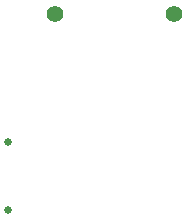
<source format=gbr>
%TF.GenerationSoftware,KiCad,Pcbnew,6.0.11+dfsg-1~bpo11+1*%
%TF.CreationDate,2023-04-14T13:04:02+02:00*%
%TF.ProjectId,IR-diode-general,49522d64-696f-4646-952d-67656e657261,rev?*%
%TF.SameCoordinates,Original*%
%TF.FileFunction,NonPlated,1,2,NPTH,Drill*%
%TF.FilePolarity,Positive*%
%FSLAX46Y46*%
G04 Gerber Fmt 4.6, Leading zero omitted, Abs format (unit mm)*
G04 Created by KiCad (PCBNEW 6.0.11+dfsg-1~bpo11+1) date 2023-04-14 13:04:02 commit 5e22265*
%MOMM*%
%LPD*%
G01*
G04 APERTURE LIST*
%TA.AperFunction,ComponentDrill*%
%ADD10C,0.650000*%
%TD*%
%TA.AperFunction,ComponentDrill*%
%ADD11C,1.400000*%
%TD*%
G04 APERTURE END LIST*
D10*
%TO.C,J2*%
X90585645Y-52959000D03*
X90585645Y-58740000D03*
D11*
%TO.C,POT1*%
X94574600Y-42111800D03*
X104574600Y-42111800D03*
M02*

</source>
